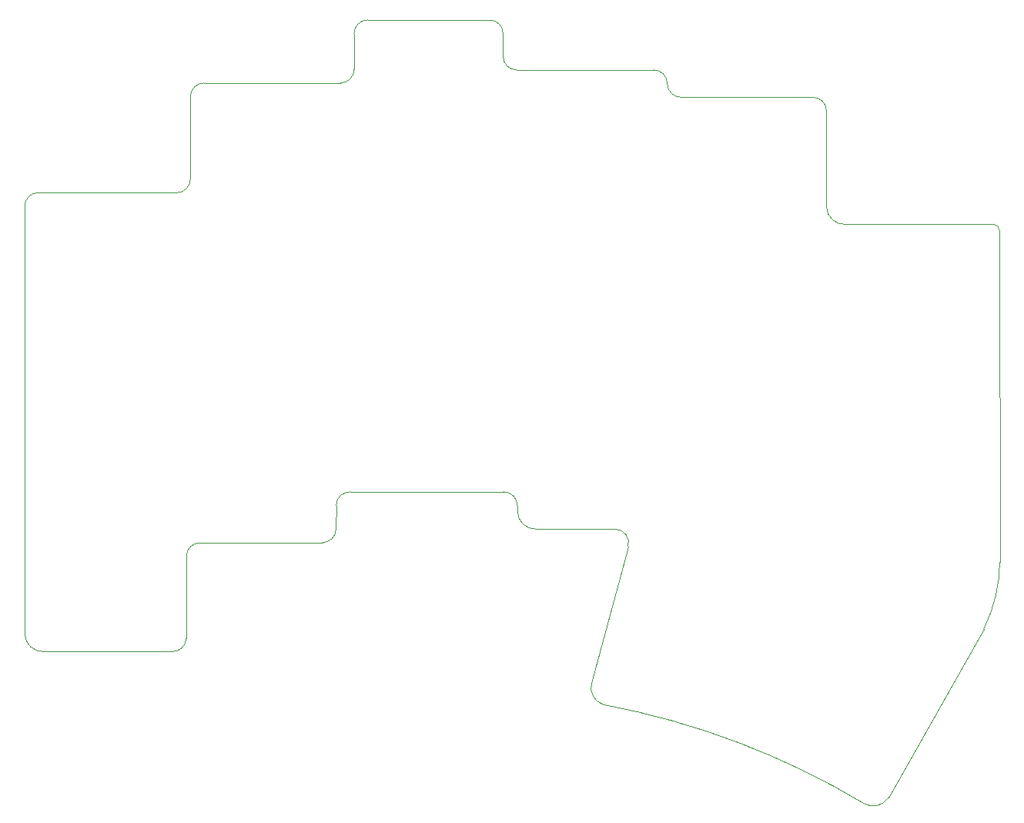
<source format=gm1>
G04 #@! TF.GenerationSoftware,KiCad,Pcbnew,9.0.1*
G04 #@! TF.CreationDate,2025-05-14T21:28:53+02:00*
G04 #@! TF.ProjectId,ferris-sweep-compact,66657272-6973-42d7-9377-6565702d636f,0.1*
G04 #@! TF.SameCoordinates,Original*
G04 #@! TF.FileFunction,Profile,NP*
%FSLAX46Y46*%
G04 Gerber Fmt 4.6, Leading zero omitted, Abs format (unit mm)*
G04 Created by KiCad (PCBNEW 9.0.1) date 2025-05-14 21:28:53*
%MOMM*%
%LPD*%
G01*
G04 APERTURE LIST*
G04 #@! TA.AperFunction,Profile*
%ADD10C,0.050000*%
G04 #@! TD*
G04 APERTURE END LIST*
D10*
X55060700Y-73060660D02*
X68500000Y-73060660D01*
X99441356Y-90871288D02*
G75*
G02*
X98122244Y-88463498I558644J1871288D01*
G01*
X100688028Y-71560661D02*
G75*
G02*
X102122245Y-73500000I0J-1499999D01*
G01*
X98122245Y-88463498D02*
X102122245Y-73500000D01*
X92000000Y-71560662D02*
X100688028Y-71560662D01*
X92000000Y-71560662D02*
G75*
G02*
X89964999Y-69629744I-35002J2000917D01*
G01*
X89964999Y-69629531D02*
X89949667Y-68961440D01*
X88449667Y-67461439D02*
G75*
G02*
X89949667Y-68961439I0J-1500000D01*
G01*
X71545368Y-67461439D02*
X88449667Y-67461439D01*
X70029269Y-68961439D02*
G75*
G02*
X71545368Y-67461439I1500085J0D01*
G01*
X69999999Y-71560660D02*
X70029354Y-68961439D01*
X70000000Y-71560660D02*
G75*
G02*
X68500000Y-73060660I-1500000J0D01*
G01*
X53560660Y-74560660D02*
G75*
G02*
X55060660Y-73060660I1500000J0D01*
G01*
X53535001Y-83533100D02*
X53559563Y-74560660D01*
X53535001Y-83533100D02*
G75*
G02*
X52035001Y-85033100I-1500000J0D01*
G01*
X37846000Y-85033119D02*
X52035000Y-85033100D01*
X122439340Y-24060660D02*
G75*
G02*
X123939340Y-25560660I0J-1500000D01*
G01*
X107939340Y-24060660D02*
X122439340Y-24060660D01*
X107939340Y-24060660D02*
G75*
G02*
X106439340Y-22560660I0J1500000D01*
G01*
X104939340Y-21060660D02*
G75*
G02*
X106439340Y-22560660I0J-1500000D01*
G01*
X89878640Y-21060660D02*
X104939340Y-21060660D01*
X89878640Y-21060660D02*
G75*
G02*
X88378640Y-19560660I0J1500000D01*
G01*
X88378640Y-19560660D02*
X88378641Y-17060660D01*
X86878641Y-15560660D02*
G75*
G02*
X88378641Y-17060660I0J-1500000D01*
G01*
X73500000Y-15560700D02*
X86878636Y-15560660D01*
X72000000Y-17060660D02*
G75*
G02*
X73500000Y-15560660I1500000J0D01*
G01*
X72000000Y-21000000D02*
X72000000Y-17060700D01*
X72000000Y-21000000D02*
G75*
G02*
X70500000Y-22500000I-1500000J0D01*
G01*
X55504242Y-22500006D02*
X70500000Y-22500000D01*
X54000000Y-24000000D02*
G75*
G02*
X55500000Y-22500000I1500000J0D01*
G01*
X54000000Y-33060700D02*
X54000000Y-24000000D01*
X54000000Y-33060660D02*
G75*
G02*
X52500000Y-34560660I-1500000J0D01*
G01*
X37268055Y-34560666D02*
X52500000Y-34560660D01*
X35768055Y-36060660D02*
X35786019Y-83102794D01*
X35768055Y-36060660D02*
G75*
G02*
X37268055Y-34560660I1500000J0D01*
G01*
X143002000Y-75184000D02*
G75*
G02*
X141255304Y-82508150I-16773852J129949D01*
G01*
X142990000Y-38758000D02*
X143002000Y-75184000D01*
X123939292Y-36118283D02*
X123939340Y-25560700D01*
X141255304Y-82508150D02*
X130748000Y-101101265D01*
X125974293Y-38049201D02*
X142240000Y-38008000D01*
X142240000Y-38008000D02*
G75*
G02*
X142990000Y-38758000I0J-750000D01*
G01*
X130748000Y-101101265D02*
G75*
G02*
X128016000Y-101700000I-1662000J1051265D01*
G01*
X37846000Y-85033119D02*
G75*
G02*
X35786019Y-83102794I-59982J2000324D01*
G01*
X99441356Y-90871288D02*
G75*
G02*
X128016000Y-101700000I-15963586J-85240000D01*
G01*
X125974293Y-38049201D02*
G75*
G02*
X123939292Y-36118283I-35002J2000917D01*
G01*
M02*

</source>
